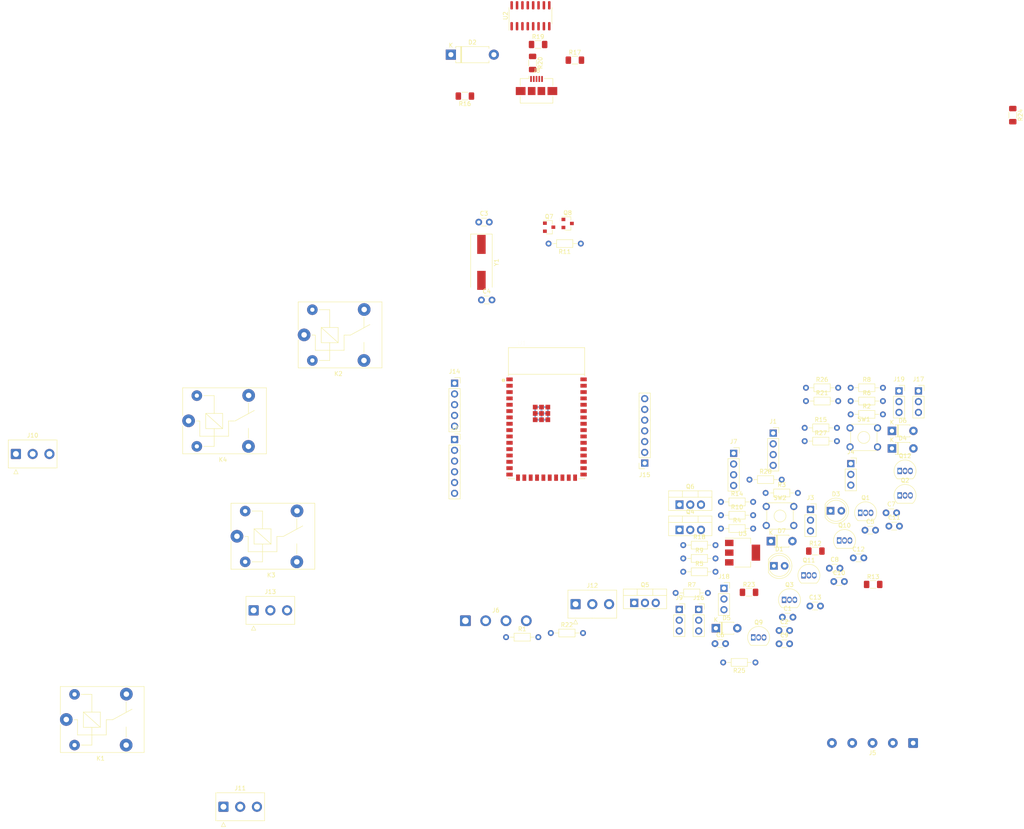
<source format=kicad_pcb>
(kicad_pcb (version 20171130) (host pcbnew "(5.1.8)-1")
  (layers (0 F.Cu signal) (31 B.Cu signal) (34 B.Paste user) (35 F.Paste user) (36 B.SilkS user) (37 F.SilkS user) (38 B.Mask user) (39 F.Mask user) (44 Edge.Cuts user))
  (net 0 "")
  (net 1 +3V3)
  (net 2 GND)
  (net 3 "Net-(C3-Pad1)")
  (net 4 "Net-(C4-Pad1)")
  (net 5 GPIO0)
  (net 6 CHIP_PU)
  (net 7 VCC)
  (net 8 +5V)
  (net 9 GPIO19)
  (net 10 GPIO20)
  (net 11 "Net-(D1-Pad2)")
  (net 12 "Net-(D2-Pad2)")
  (net 13 "Net-(D3-Pad2)")
  (net 14 "Net-(D4-Pad2)")
  (net 15 "Net-(D5-Pad2)")
  (net 16 "Net-(D6-Pad2)")
  (net 17 "Net-(D7-Pad2)")
  (net 18 GPIO40)
  (net 19 GPIO39)
  (net 20 GPIO38)
  (net 21 GPIO37)
  (net 22 GPIO10)
  (net 23 GPIO11)
  (net 24 GPIO12)
  (net 25 GPIO13)
  (net 26 GPIO14)
  (net 27 GPIO15)
  (net 28 TXD1)
  (net 29 RXD1)
  (net 30 TXD0)
  (net 31 RXD0)
  (net 32 +12V)
  (net 33 LED_G)
  (net 34 LED_R)
  (net 35 LED_B)
  (net 36 SDA)
  (net 37 SCL)
  (net 38 "Net-(J8-Pad3)")
  (net 39 "Net-(J8-Pad2)")
  (net 40 Rly4_2)
  (net 41 Rly4_1)
  (net 42 Rly4_3)
  (net 43 Rly3_3)
  (net 44 Rly3_1)
  (net 45 Rly3_2)
  (net 46 Rly2_3)
  (net 47 Rly2_1)
  (net 48 Rly2_2)
  (net 49 Rly1_2)
  (net 50 Rly1_1)
  (net 51 Rly1_3)
  (net 52 GPIO1)
  (net 53 GPIO2)
  (net 54 GPIO3)
  (net 55 GPIO4)
  (net 56 GPIO5)
  (net 57 GPIO16)
  (net 58 GPIO21)
  (net 59 GPIO26)
  (net 60 GPIO33)
  (net 61 GPIO45)
  (net 62 GPIO46)
  (net 63 "Net-(Q1-Pad2)")
  (net 64 "Net-(Q1-Pad1)")
  (net 65 "Net-(Q2-Pad1)")
  (net 66 "Net-(Q2-Pad2)")
  (net 67 "Net-(Q3-Pad2)")
  (net 68 "Net-(Q3-Pad1)")
  (net 69 "Net-(Q4-Pad1)")
  (net 70 "Net-(Q5-Pad1)")
  (net 71 "Net-(Q6-Pad1)")
  (net 72 "Net-(Q7-Pad1)")
  (net 73 RTS)
  (net 74 EN_Auto)
  (net 75 DTR)
  (net 76 IO0_Auto)
  (net 77 "Net-(Q8-Pad1)")
  (net 78 "Net-(Q9-Pad2)")
  (net 79 "Net-(Q10-Pad2)")
  (net 80 "Net-(Q11-Pad2)")
  (net 81 "Net-(Q12-Pad2)")
  (net 82 GPIO36)
  (net 83 GPIO35)
  (net 84 GPIO34)
  (net 85 GPIO18)
  (net 86 "Net-(R16-Pad2)")
  (net 87 "Net-(R17-Pad2)")
  (net 88 USB_DP)
  (net 89 USB_DN)
  (net 90 GPIO6)
  (net 91 GPIO8)
  (net 92 GPIO7)
  (net 93 GPIO9)
  (module Capacitor_THT:C_Disc_D3.0mm_W1.6mm_P2.50mm (layer F.Cu) (at 390.535001 184.240001)
    (fp_text reference C1 (at 1.25 -2.05) (layer F.SilkS))
    (fp_text value 22uF)
    (pad 1 thru_hole circle (at 0 0) (size 1.6 1.6) (drill 0.8) (layers *.Cu *.Mask) (net 1 +3V3))
    (pad 2 thru_hole circle (at 2.5 0) (size 1.6 1.6) (drill 0.8) (layers *.Cu *.Mask) (net 2 GND))
  )
  (module Capacitor_THT:C_Disc_D3.0mm_W1.6mm_P2.50mm (layer F.Cu) (at 389.755001 187.390001)
    (fp_text reference C2 (at 1.25 -2.05) (layer F.SilkS))
    (fp_text value 0.1uF)
    (pad 2 thru_hole circle (at 2.5 0) (size 1.6 1.6) (drill 0.8) (layers *.Cu *.Mask) (net 2 GND))
    (pad 1 thru_hole circle (at 0 0) (size 1.6 1.6) (drill 0.8) (layers *.Cu *.Mask) (net 1 +3V3))
  )
  (module Capacitor_THT:C_Disc_D3.0mm_W1.6mm_P2.50mm (layer F.Cu) (at 318.77 90.805)
    (fp_text reference C3 (at 1.25 -2.05) (layer F.SilkS))
    (fp_text value 22pF)
    (pad 2 thru_hole circle (at 2.5 0) (size 1.6 1.6) (drill 0.8) (layers *.Cu *.Mask) (net 2 GND))
    (pad 1 thru_hole circle (at 0 0) (size 1.6 1.6) (drill 0.8) (layers *.Cu *.Mask) (net 3 "Net-(C3-Pad1)"))
  )
  (module Capacitor_THT:C_Disc_D3.0mm_W1.6mm_P2.50mm (layer F.Cu) (at 319.405 109.22)
    (fp_text reference C4 (at 1.25 -2.05) (layer F.SilkS))
    (fp_text value 22pF)
    (pad 2 thru_hole circle (at 2.5 0) (size 1.6 1.6) (drill 0.8) (layers *.Cu *.Mask) (net 2 GND))
    (pad 1 thru_hole circle (at 0 0) (size 1.6 1.6) (drill 0.8) (layers *.Cu *.Mask) (net 4 "Net-(C4-Pad1)"))
  )
  (module Capacitor_THT:C_Disc_D3.0mm_W1.6mm_P2.50mm (layer F.Cu) (at 410.065001 163.670001)
    (fp_text reference C5 (at 1.25 -2.05) (layer F.SilkS))
    (fp_text value 0.1uF)
    (pad 2 thru_hole circle (at 2.5 0) (size 1.6 1.6) (drill 0.8) (layers *.Cu *.Mask) (net 2 GND))
    (pad 1 thru_hole circle (at 0 0) (size 1.6 1.6) (drill 0.8) (layers *.Cu *.Mask) (net 5 GPIO0))
  )
  (module Capacitor_THT:C_Disc_D3.0mm_W1.6mm_P2.50mm (layer F.Cu) (at 374.615001 190.500001)
    (fp_text reference C6 (at 1.25 -2.05) (layer F.SilkS))
    (fp_text value 0.1uF)
    (pad 1 thru_hole circle (at 0 0) (size 1.6 1.6) (drill 0.8) (layers *.Cu *.Mask) (net 6 CHIP_PU))
    (pad 2 thru_hole circle (at 2.5 0) (size 1.6 1.6) (drill 0.8) (layers *.Cu *.Mask) (net 2 GND))
  )
  (module Capacitor_THT:C_Disc_D3.0mm_W1.6mm_P2.50mm (layer F.Cu) (at 415.045001 159.560001)
    (fp_text reference C7 (at 1.25 -2.05) (layer F.SilkS))
    (fp_text value 10uf)
    (pad 1 thru_hole circle (at 0 0) (size 1.6 1.6) (drill 0.8) (layers *.Cu *.Mask) (net 7 VCC))
    (pad 2 thru_hole circle (at 2.5 0) (size 1.6 1.6) (drill 0.8) (layers *.Cu *.Mask) (net 2 GND))
  )
  (module Capacitor_THT:C_Disc_D3.0mm_W1.6mm_P2.50mm (layer F.Cu) (at 401.645001 172.660001)
    (fp_text reference C8 (at 1.25 -2.05) (layer F.SilkS))
    (fp_text value 1uf/10V)
    (pad 1 thru_hole circle (at 0 0) (size 1.6 1.6) (drill 0.8) (layers *.Cu *.Mask) (net 6 CHIP_PU))
    (pad 2 thru_hole circle (at 2.5 0) (size 1.6 1.6) (drill 0.8) (layers *.Cu *.Mask) (net 2 GND))
  )
  (module Capacitor_THT:C_Disc_D3.0mm_W1.6mm_P2.50mm (layer F.Cu) (at 389.755001 190.540001)
    (fp_text reference C9 (at 1.25 -2.05) (layer F.SilkS))
    (fp_text value 10uf)
    (pad 1 thru_hole circle (at 0 0) (size 1.6 1.6) (drill 0.8) (layers *.Cu *.Mask) (net 1 +3V3))
    (pad 2 thru_hole circle (at 2.5 0) (size 1.6 1.6) (drill 0.8) (layers *.Cu *.Mask) (net 2 GND))
  )
  (module Capacitor_THT:C_Disc_D3.0mm_W1.6mm_P2.50mm (layer F.Cu) (at 402.695001 175.810001)
    (fp_text reference C10 (at 1.25 -2.05) (layer F.SilkS))
    (fp_text value 10uF)
    (pad 2 thru_hole circle (at 2.5 0) (size 1.6 1.6) (drill 0.8) (layers *.Cu *.Mask) (net 2 GND))
    (pad 1 thru_hole circle (at 0 0) (size 1.6 1.6) (drill 0.8) (layers *.Cu *.Mask) (net 8 +5V))
  )
  (module Capacitor_THT:C_Disc_D3.0mm_W1.6mm_P2.50mm (layer F.Cu) (at 415.715001 162.710001)
    (fp_text reference C11 (at 1.25 -2.05) (layer F.SilkS))
    (fp_text value 100nF)
    (pad 1 thru_hole circle (at 0 0) (size 1.6 1.6) (drill 0.8) (layers *.Cu *.Mask) (net 1 +3V3))
    (pad 2 thru_hole circle (at 2.5 0) (size 1.6 1.6) (drill 0.8) (layers *.Cu *.Mask) (net 2 GND))
  )
  (module Capacitor_THT:C_Disc_D3.0mm_W1.6mm_P2.50mm (layer F.Cu) (at 407.295001 170.220001)
    (fp_text reference C12 (at 1.25 -2.05) (layer F.SilkS))
    (fp_text value 22pF)
    (pad 2 thru_hole circle (at 2.5 0) (size 1.6 1.6) (drill 0.8) (layers *.Cu *.Mask) (net 2 GND))
    (pad 1 thru_hole circle (at 0 0) (size 1.6 1.6) (drill 0.8) (layers *.Cu *.Mask) (net 9 GPIO19))
  )
  (module Capacitor_THT:C_Disc_D3.0mm_W1.6mm_P2.50mm (layer F.Cu) (at 397.045001 181.600001)
    (fp_text reference C13 (at 1.25 -2.05) (layer F.SilkS))
    (fp_text value 22pF)
    (pad 1 thru_hole circle (at 0 0) (size 1.6 1.6) (drill 0.8) (layers *.Cu *.Mask) (net 10 GPIO20))
    (pad 2 thru_hole circle (at 2.5 0) (size 1.6 1.6) (drill 0.8) (layers *.Cu *.Mask) (net 2 GND))
  )
  (module LED_THT:LED_D5.0mm (layer F.Cu) (at 388.535001 172.110001)
    (fp_text reference D1 (at 1.27 -3.96) (layer F.SilkS))
    (fp_text value LED_GREEN)
    (pad 1 thru_hole rect (at 0 0) (size 1.8 1.8) (drill 0.9) (layers *.Cu *.Mask) (net 2 GND))
    (pad 2 thru_hole circle (at 2.54 0) (size 1.8 1.8) (drill 0.9) (layers *.Cu *.Mask) (net 11 "Net-(D1-Pad2)"))
  )
  (module Diode_THT:D_DO-15_P10.16mm_Horizontal (layer F.Cu) (at 312.18632 51.20386)
    (fp_text reference D2 (at 5.08 -2.92) (layer F.SilkS))
    (fp_text value 1N5819)
    (fp_text user K (at 0 -2.2) (layer F.SilkS))
    (pad 1 thru_hole rect (at 0 0) (size 2.4 2.4) (drill 1.2) (layers *.Cu *.Mask) (net 8 +5V))
    (pad 2 thru_hole oval (at 10.16 0) (size 2.4 2.4) (drill 1.2) (layers *.Cu *.Mask) (net 12 "Net-(D2-Pad2)"))
  )
  (module LED_THT:LED_D5.0mm (layer F.Cu) (at 401.935001 159.080001)
    (fp_text reference D3 (at 1.27 -3.96) (layer F.SilkS))
    (fp_text value RED_LED)
    (pad 2 thru_hole circle (at 2.54 0) (size 1.8 1.8) (drill 0.9) (layers *.Cu *.Mask) (net 13 "Net-(D3-Pad2)"))
    (pad 1 thru_hole rect (at 0 0) (size 1.8 1.8) (drill 0.9) (layers *.Cu *.Mask) (net 2 GND))
  )
  (module Diode_THT:D_T-1_P5.08mm_Horizontal (layer F.Cu) (at 416.435001 144.330001)
    (fp_text reference D4 (at 2.54 -2.42) (layer F.SilkS))
    (fp_text value 1N4148)
    (fp_text user K (at 0 -2) (layer F.SilkS))
    (pad 1 thru_hole rect (at 0 0) (size 2 2) (drill 1) (layers *.Cu *.Mask) (net 8 +5V))
    (pad 2 thru_hole oval (at 5.08 0) (size 2 2) (drill 1) (layers *.Cu *.Mask) (net 14 "Net-(D4-Pad2)"))
  )
  (module Diode_THT:D_T-1_P5.08mm_Horizontal (layer F.Cu) (at 374.815001 186.850001)
    (fp_text reference D5 (at 2.54 -2.42) (layer F.SilkS))
    (fp_text value 1N4148)
    (fp_text user K (at 0 -2) (layer F.SilkS))
    (pad 2 thru_hole oval (at 5.08 0) (size 2 2) (drill 1) (layers *.Cu *.Mask) (net 15 "Net-(D5-Pad2)"))
    (pad 1 thru_hole rect (at 0 0) (size 2 2) (drill 1) (layers *.Cu *.Mask) (net 8 +5V))
  )
  (module Diode_THT:D_T-1_P5.08mm_Horizontal (layer F.Cu) (at 416.435001 140.180001)
    (fp_text reference D6 (at 2.54 -2.42) (layer F.SilkS))
    (fp_text value 1N4148)
    (fp_text user K (at 0 -2) (layer F.SilkS))
    (pad 2 thru_hole oval (at 5.08 0) (size 2 2) (drill 1) (layers *.Cu *.Mask) (net 16 "Net-(D6-Pad2)"))
    (pad 1 thru_hole rect (at 0 0) (size 2 2) (drill 1) (layers *.Cu *.Mask) (net 8 +5V))
  )
  (module Diode_THT:D_T-1_P5.08mm_Horizontal (layer F.Cu) (at 387.835001 166.260001)
    (fp_text reference D7 (at 2.54 -2.42) (layer F.SilkS))
    (fp_text value 1N4148)
    (fp_text user K (at 0 -2) (layer F.SilkS))
    (pad 1 thru_hole rect (at 0 0) (size 2 2) (drill 1) (layers *.Cu *.Mask) (net 8 +5V))
    (pad 2 thru_hole oval (at 5.08 0) (size 2 2) (drill 1) (layers *.Cu *.Mask) (net 17 "Net-(D7-Pad2)"))
  )
  (module Connector_PinSocket_2.54mm:PinSocket_1x04_P2.54mm_Vertical (layer F.Cu) (at 388.366 140.716)
    (fp_text reference J1 (at 0 -2.77) (layer F.SilkS))
    (fp_text value Conn_01x04_Male)
    (pad 4 thru_hole oval (at 0 7.62) (size 1.7 1.7) (drill 1) (layers *.Cu *.Mask) (net 18 GPIO40))
    (pad 3 thru_hole oval (at 0 5.08) (size 1.7 1.7) (drill 1) (layers *.Cu *.Mask) (net 19 GPIO39))
    (pad 2 thru_hole oval (at 0 2.54) (size 1.7 1.7) (drill 1) (layers *.Cu *.Mask) (net 20 GPIO38))
    (pad 1 thru_hole rect (at 0 0) (size 1.7 1.7) (drill 1) (layers *.Cu *.Mask) (net 21 GPIO37))
  )
  (module Connector_PinSocket_2.54mm:PinSocket_1x06_P2.54mm_Vertical (layer F.Cu) (at 313.055 142.24)
    (fp_text reference J2 (at 0 -2.77) (layer F.SilkS))
    (fp_text value Conn_01x06_Male)
    (pad 1 thru_hole rect (at 0 0) (size 1.7 1.7) (drill 1) (layers *.Cu *.Mask) (net 22 GPIO10))
    (pad 2 thru_hole oval (at 0 2.54) (size 1.7 1.7) (drill 1) (layers *.Cu *.Mask) (net 23 GPIO11))
    (pad 3 thru_hole oval (at 0 5.08) (size 1.7 1.7) (drill 1) (layers *.Cu *.Mask) (net 24 GPIO12))
    (pad 4 thru_hole oval (at 0 7.62) (size 1.7 1.7) (drill 1) (layers *.Cu *.Mask) (net 25 GPIO13))
    (pad 5 thru_hole oval (at 0 10.16) (size 1.7 1.7) (drill 1) (layers *.Cu *.Mask) (net 26 GPIO14))
    (pad 6 thru_hole oval (at 0 12.7) (size 1.7 1.7) (drill 1) (layers *.Cu *.Mask) (net 27 GPIO15))
  )
  (module Connector_PinSocket_2.54mm:PinSocket_1x03_P2.54mm_Vertical (layer F.Cu) (at 397.185001 158.760001)
    (fp_text reference J3 (at 0 -2.77) (layer F.SilkS))
    (fp_text value Conn_01x03_Female)
    (pad 3 thru_hole oval (at 0 5.08) (size 1.7 1.7) (drill 1) (layers *.Cu *.Mask) (net 2 GND))
    (pad 2 thru_hole oval (at 0 2.54) (size 1.7 1.7) (drill 1) (layers *.Cu *.Mask) (net 28 TXD1))
    (pad 1 thru_hole rect (at 0 0) (size 1.7 1.7) (drill 1) (layers *.Cu *.Mask) (net 29 RXD1))
  )
  (module Connector_PinSocket_2.54mm:PinSocket_1x03_P2.54mm_Vertical (layer F.Cu) (at 406.715001 147.930001)
    (fp_text reference J4 (at 0 -2.77) (layer F.SilkS))
    (fp_text value Conn_01x03_Female)
    (pad 1 thru_hole rect (at 0 0) (size 1.7 1.7) (drill 1) (layers *.Cu *.Mask) (net 30 TXD0))
    (pad 2 thru_hole oval (at 0 2.54) (size 1.7 1.7) (drill 1) (layers *.Cu *.Mask) (net 31 RXD0))
    (pad 3 thru_hole oval (at 0 5.08) (size 1.7 1.7) (drill 1) (layers *.Cu *.Mask) (net 2 GND))
  )
  (module Connector_Wire:SolderWire-0.5sqmm_1x05_P4.8mm_D0.9mm_OD2.3mm (layer F.Cu) (at 421.4495 213.995 180)
    (fp_text reference J5 (at 9.6 -2.35) (layer F.SilkS))
    (fp_text value Conn_01x05_Female)
    (pad 1 thru_hole roundrect (at 0 0 180) (size 2.3 2.3) (drill 1.1) (layers *.Cu *.Mask) (roundrect_rratio 0.108696) (net 32 +12V))
    (pad 2 thru_hole circle (at 4.8 0 180) (size 2.3 2.3) (drill 1.1) (layers *.Cu *.Mask) (net 32 +12V))
    (pad 3 thru_hole circle (at 9.6 0 180) (size 2.3 2.3) (drill 1.1) (layers *.Cu *.Mask) (net 33 LED_G))
    (pad 4 thru_hole circle (at 14.4 0 180) (size 2.3 2.3) (drill 1.1) (layers *.Cu *.Mask) (net 34 LED_R))
    (pad 5 thru_hole circle (at 19.2 0 180) (size 2.3 2.3) (drill 1.1) (layers *.Cu *.Mask) (net 35 LED_B))
  )
  (module Connector_Wire:SolderWire-0.75sqmm_1x04_P4.8mm_D1.25mm_OD2.3mm (layer F.Cu) (at 315.615001 185.090001)
    (fp_text reference J6 (at 7.2 -2.47) (layer F.SilkS))
    (fp_text value Conn_01x04_Female)
    (pad 1 thru_hole roundrect (at 0 0) (size 2.55 2.55) (drill 1.55) (layers *.Cu *.Mask) (roundrect_rratio 0.098039) (net 32 +12V))
    (pad 2 thru_hole circle (at 4.8 0) (size 2.55 2.55) (drill 1.55) (layers *.Cu *.Mask) (net 32 +12V))
    (pad 3 thru_hole circle (at 9.6 0) (size 2.55 2.55) (drill 1.55) (layers *.Cu *.Mask) (net 2 GND))
    (pad 4 thru_hole circle (at 14.4 0) (size 2.55 2.55) (drill 1.55) (layers *.Cu *.Mask) (net 2 GND))
  )
  (module Connector_PinSocket_2.54mm:PinSocket_1x04_P2.54mm_Vertical (layer F.Cu) (at 379.015001 145.480001)
    (fp_text reference J7 (at 0 -2.77) (layer F.SilkS))
    (fp_text value Conn_01x04_Female)
    (pad 1 thru_hole rect (at 0 0) (size 1.7 1.7) (drill 1) (layers *.Cu *.Mask) (net 1 +3V3))
    (pad 2 thru_hole oval (at 0 2.54) (size 1.7 1.7) (drill 1) (layers *.Cu *.Mask) (net 36 SDA))
    (pad 3 thru_hole oval (at 0 5.08) (size 1.7 1.7) (drill 1) (layers *.Cu *.Mask) (net 37 SCL))
    (pad 4 thru_hole oval (at 0 7.62) (size 1.7 1.7) (drill 1) (layers *.Cu *.Mask) (net 2 GND))
  )
  (module Connector_USB:USB_Micro-B_Amphenol_10104110_Horizontal (layer F.Cu) (at 332.43012 58.50636)
    (fp_text reference J8 (at 0 -3.55) (layer F.SilkS))
    (fp_text value USB_B_Micro)
    (pad 6 smd rect (at 1.15 1.3) (size 1.8 1.9) (layers F.Cu F.Paste F.Mask) (net 2 GND))
    (pad 6 smd rect (at -1.15 1.3) (size 1.8 1.9) (layers F.Cu F.Paste F.Mask) (net 2 GND))
    (pad 6 smd rect (at 3.75 1.3) (size 2.3 1.9) (layers F.Cu F.Paste F.Mask) (net 2 GND))
    (pad 6 smd rect (at -3.75 1.3) (size 2.3 1.9) (layers F.Cu F.Paste F.Mask) (net 2 GND))
    (pad 5 smd rect (at 1.3 -1.55) (size 0.4 1.4) (layers F.Cu F.Paste F.Mask) (net 2 GND))
    (pad 4 smd rect (at 0.65 -1.55) (size 0.4 1.4) (layers F.Cu F.Paste F.Mask) (net 2 GND))
    (pad 3 smd rect (at 0 -1.55) (size 0.4 1.4) (layers F.Cu F.Paste F.Mask) (net 38 "Net-(J8-Pad3)"))
    (pad 2 smd rect (at -0.65 -1.55) (size 0.4 1.4) (layers F.Cu F.Paste F.Mask) (net 39 "Net-(J8-Pad2)"))
    (pad 1 smd rect (at -1.3 -1.55) (size 0.4 1.4) (layers F.Cu F.Paste F.Mask) (net 12 "Net-(D2-Pad2)"))
  )
  (module Connector_PinSocket_2.54mm:PinSocket_1x03_P2.54mm_Vertical (layer F.Cu) (at 366.165001 182.410001)
    (fp_text reference J9 (at 0 -2.77) (layer F.SilkS))
    (fp_text value Conn_01x03_Male)
    (pad 3 thru_hole oval (at 0 5.08) (size 1.7 1.7) (drill 1) (layers *.Cu *.Mask) (net 8 +5V))
    (pad 2 thru_hole oval (at 0 2.54) (size 1.7 1.7) (drill 1) (layers *.Cu *.Mask) (net 7 VCC))
    (pad 1 thru_hole rect (at 0 0) (size 1.7 1.7) (drill 1) (layers *.Cu *.Mask) (net 32 +12V))
  )
  (module Connector_TE-Connectivity:TE_826576-3_1x03_P3.96mm_Vertical (layer F.Cu) (at 209.37474 145.64106)
    (fp_text reference J10 (at 3.96 -4.4) (layer F.SilkS))
    (fp_text value Conn_01x03_Female)
    (pad 1 thru_hole roundrect (at 0 0) (size 2.4 2.4) (drill 1.4) (layers *.Cu *.Mask) (roundrect_rratio 0.104167) (net 40 Rly4_2))
    (pad 2 thru_hole circle (at 3.96 0) (size 2.4 2.4) (drill 1.4) (layers *.Cu *.Mask) (net 41 Rly4_1))
    (pad 3 thru_hole circle (at 7.92 0) (size 2.4 2.4) (drill 1.4) (layers *.Cu *.Mask) (net 42 Rly4_3))
  )
  (module Connector_TE-Connectivity:TE_826576-3_1x03_P3.96mm_Vertical (layer F.Cu) (at 258.42976 229.08006)
    (fp_text reference J11 (at 3.96 -4.4) (layer F.SilkS))
    (fp_text value Conn_01x03_Female)
    (pad 3 thru_hole circle (at 7.92 0) (size 2.4 2.4) (drill 1.4) (layers *.Cu *.Mask) (net 43 Rly3_3))
    (pad 2 thru_hole circle (at 3.96 0) (size 2.4 2.4) (drill 1.4) (layers *.Cu *.Mask) (net 44 Rly3_1))
    (pad 1 thru_hole roundrect (at 0 0) (size 2.4 2.4) (drill 1.4) (layers *.Cu *.Mask) (roundrect_rratio 0.104167) (net 45 Rly3_2))
  )
  (module Connector_TE-Connectivity:TE_826576-3_1x03_P3.96mm_Vertical (layer F.Cu) (at 341.655001 181.160001)
    (fp_text reference J12 (at 3.96 -4.4) (layer F.SilkS))
    (fp_text value Conn_01x03_Female)
    (pad 3 thru_hole circle (at 7.92 0) (size 2.4 2.4) (drill 1.4) (layers *.Cu *.Mask) (net 46 Rly2_3))
    (pad 2 thru_hole circle (at 3.96 0) (size 2.4 2.4) (drill 1.4) (layers *.Cu *.Mask) (net 47 Rly2_1))
    (pad 1 thru_hole roundrect (at 0 0) (size 2.4 2.4) (drill 1.4) (layers *.Cu *.Mask) (roundrect_rratio 0.104167) (net 48 Rly2_2))
  )
  (module Connector_TE-Connectivity:TE_826576-3_1x03_P3.96mm_Vertical (layer F.Cu) (at 265.557 182.626)
    (fp_text reference J13 (at 3.96 -4.4) (layer F.SilkS))
    (fp_text value Conn_01x03_Female)
    (pad 1 thru_hole roundrect (at 0 0) (size 2.4 2.4) (drill 1.4) (layers *.Cu *.Mask) (roundrect_rratio 0.104167) (net 49 Rly1_2))
    (pad 2 thru_hole circle (at 3.96 0) (size 2.4 2.4) (drill 1.4) (layers *.Cu *.Mask) (net 50 Rly1_1))
    (pad 3 thru_hole circle (at 7.92 0) (size 2.4 2.4) (drill 1.4) (layers *.Cu *.Mask) (net 51 Rly1_3))
  )
  (module Connector_PinSocket_2.54mm:PinSocket_1x05_P2.54mm_Vertical (layer F.Cu) (at 313.055 128.905)
    (fp_text reference J14 (at 0 -2.77) (layer F.SilkS))
    (fp_text value Conn_01x05_Male)
    (pad 1 thru_hole rect (at 0 0) (size 1.7 1.7) (drill 1) (layers *.Cu *.Mask) (net 52 GPIO1))
    (pad 2 thru_hole oval (at 0 2.54) (size 1.7 1.7) (drill 1) (layers *.Cu *.Mask) (net 53 GPIO2))
    (pad 3 thru_hole oval (at 0 5.08) (size 1.7 1.7) (drill 1) (layers *.Cu *.Mask) (net 54 GPIO3))
    (pad 4 thru_hole oval (at 0 7.62) (size 1.7 1.7) (drill 1) (layers *.Cu *.Mask) (net 55 GPIO4))
    (pad 5 thru_hole oval (at 0 10.16) (size 1.7 1.7) (drill 1) (layers *.Cu *.Mask) (net 56 GPIO5))
  )
  (module Connector_PinSocket_2.54mm:PinSocket_1x07_P2.54mm_Vertical (layer F.Cu) (at 358 147.8 180)
    (fp_text reference J15 (at 0 -2.77) (layer F.SilkS))
    (fp_text value Conn_01x07_Male)
    (pad 1 thru_hole rect (at 0 0 180) (size 1.7 1.7) (drill 1) (layers *.Cu *.Mask) (net 57 GPIO16))
    (pad 2 thru_hole oval (at 0 2.54 180) (size 1.7 1.7) (drill 1) (layers *.Cu *.Mask) (net 58 GPIO21))
    (pad 3 thru_hole oval (at 0 5.08 180) (size 1.7 1.7) (drill 1) (layers *.Cu *.Mask) (net 59 GPIO26))
    (pad 4 thru_hole oval (at 0 7.62 180) (size 1.7 1.7) (drill 1) (layers *.Cu *.Mask) (net 60 GPIO33))
    (pad 5 thru_hole oval (at 0 10.16 180) (size 1.7 1.7) (drill 1) (layers *.Cu *.Mask) (net 18 GPIO40))
    (pad 6 thru_hole oval (at 0 12.7 180) (size 1.7 1.7) (drill 1) (layers *.Cu *.Mask) (net 61 GPIO45))
    (pad 7 thru_hole oval (at 0 15.24 180) (size 1.7 1.7) (drill 1) (layers *.Cu *.Mask) (net 62 GPIO46))
  )
  (module Connector_PinSocket_2.54mm:PinSocket_1x03_P2.54mm_Vertical (layer F.Cu) (at 370.765001 182.410001)
    (fp_text reference J16 (at 0 -2.77) (layer F.SilkS))
    (fp_text value Conn_01x03_Male)
    (pad 3 thru_hole oval (at 0 5.08) (size 1.7 1.7) (drill 1) (layers *.Cu *.Mask) (net 8 +5V))
    (pad 2 thru_hole oval (at 0 2.54) (size 1.7 1.7) (drill 1) (layers *.Cu *.Mask) (net 8 +5V))
    (pad 1 thru_hole rect (at 0 0) (size 1.7 1.7) (drill 1) (layers *.Cu *.Mask) (net 8 +5V))
  )
  (module Connector_PinSocket_2.54mm:PinSocket_1x03_P2.54mm_Vertical (layer F.Cu) (at 422.705001 130.730001)
    (fp_text reference J17 (at 0 -2.77) (layer F.SilkS))
    (fp_text value Conn_01x03_Male)
    (pad 1 thru_hole rect (at 0 0) (size 1.7 1.7) (drill 1) (layers *.Cu *.Mask) (net 1 +3V3))
    (pad 2 thru_hole oval (at 0 2.54) (size 1.7 1.7) (drill 1) (layers *.Cu *.Mask) (net 1 +3V3))
    (pad 3 thru_hole oval (at 0 5.08) (size 1.7 1.7) (drill 1) (layers *.Cu *.Mask) (net 1 +3V3))
  )
  (module Connector_PinSocket_2.54mm:PinSocket_1x03_P2.54mm_Vertical (layer F.Cu) (at 376.735001 177.400001)
    (fp_text reference J18 (at 0 -2.77) (layer F.SilkS))
    (fp_text value Conn_01x03_Male)
    (pad 1 thru_hole rect (at 0 0) (size 1.7 1.7) (drill 1) (layers *.Cu *.Mask) (net 32 +12V))
    (pad 2 thru_hole oval (at 0 2.54) (size 1.7 1.7) (drill 1) (layers *.Cu *.Mask) (net 32 +12V))
    (pad 3 thru_hole oval (at 0 5.08) (size 1.7 1.7) (drill 1) (layers *.Cu *.Mask) (net 32 +12V))
  )
  (module Connector_PinSocket_2.54mm:PinSocket_1x03_P2.54mm_Vertical (layer F.Cu) (at 418.105001 130.730001)
    (fp_text reference J19 (at 0 -2.77) (layer F.SilkS))
    (fp_text value Conn_01x03_Male)
    (pad 1 thru_hole rect (at 0 0) (size 1.7 1.7) (drill 1) (layers *.Cu *.Mask) (net 2 GND))
    (pad 2 thru_hole oval (at 0 2.54) (size 1.7 1.7) (drill 1) (layers *.Cu *.Mask) (net 2 GND))
    (pad 3 thru_hole oval (at 0 5.08) (size 1.7 1.7) (drill 1) (layers *.Cu *.Mask) (net 2 GND))
  )
  (module Relay_THT:Relay_SPDT_SANYOU_SRD_Series_Form_C (layer F.Cu) (at 221.28226 208.44256)
    (fp_text reference K1 (at 8.1 9.2) (layer F.SilkS))
    (fp_text value SANYOU_SRD_Form_C)
    (pad 1 thru_hole circle (at 0 0 90) (size 3 3) (drill 1.3) (layers *.Cu *.Mask) (net 44 Rly3_1))
    (pad 5 thru_hole circle (at 1.95 -5.95 90) (size 2.5 2.5) (drill 1) (layers *.Cu *.Mask) (net 8 +5V))
    (pad 4 thru_hole circle (at 14.2 -6 90) (size 3 3) (drill 1.3) (layers *.Cu *.Mask) (net 45 Rly3_2))
    (pad 3 thru_hole circle (at 14.15 6.05 90) (size 3 3) (drill 1.3) (layers *.Cu *.Mask) (net 43 Rly3_3))
    (pad 2 thru_hole circle (at 1.95 6.05 90) (size 2.5 2.5) (drill 1) (layers *.Cu *.Mask) (net 14 "Net-(D4-Pad2)"))
  )
  (module Relay_THT:Relay_SPDT_SANYOU_SRD_Series_Form_C (layer F.Cu) (at 277.495 117.475)
    (fp_text reference K2 (at 8.1 9.2) (layer F.SilkS))
    (fp_text value SANYOU_SRD_Form_C)
    (pad 1 thru_hole circle (at 0 0 90) (size 3 3) (drill 1.3) (layers *.Cu *.Mask) (net 47 Rly2_1))
    (pad 5 thru_hole circle (at 1.95 -5.95 90) (size 2.5 2.5) (drill 1) (layers *.Cu *.Mask) (net 8 +5V))
    (pad 4 thru_hole circle (at 14.2 -6 90) (size 3 3) (drill 1.3) (layers *.Cu *.Mask) (net 48 Rly2_2))
    (pad 3 thru_hole circle (at 14.15 6.05 90) (size 3 3) (drill 1.3) (layers *.Cu *.Mask) (net 46 Rly2_3))
    (pad 2 thru_hole circle (at 1.95 6.05 90) (size 2.5 2.5) (drill 1) (layers *.Cu *.Mask) (net 15 "Net-(D5-Pad2)"))
  )
  (module Relay_THT:Relay_SPDT_SANYOU_SRD_Series_Form_C (layer F.Cu) (at 261.62 165.1)
    (fp_text reference K3 (at 8.1 9.2) (layer F.SilkS))
    (fp_text value SANYOU_SRD_Form_C)
    (pad 2 thru_hole circle (at 1.95 6.05 90) (size 2.5 2.5) (drill 1) (layers *.Cu *.Mask) (net 16 "Net-(D6-Pad2)"))
    (pad 3 thru_hole circle (at 14.15 6.05 90) (size 3 3) (drill 1.3) (layers *.Cu *.Mask) (net 51 Rly1_3))
    (pad 4 thru_hole circle (at 14.2 -6 90) (size 3 3) (drill 1.3) (layers *.Cu *.Mask) (net 49 Rly1_2))
    (pad 5 thru_hole circle (at 1.95 -5.95 90) (size 2.5 2.5) (drill 1) (layers *.Cu *.Mask) (net 8 +5V))
    (pad 1 thru_hole circle (at 0 0 90) (size 3 3) (drill 1.3) (layers *.Cu *.Mask) (net 50 Rly1_1))
  )
  (module Relay_THT:Relay_SPDT_SANYOU_SRD_Series_Form_C (layer F.Cu) (at 250.19 137.795)
    (fp_text reference K4 (at 8.1 9.2) (layer F.SilkS))
    (fp_text value SANYOU_SRD_Form_C)
    (pad 2 thru_hole circle (at 1.95 6.05 90) (size 2.5 2.5) (drill 1) (layers *.Cu *.Mask) (net 17 "Net-(D7-Pad2)"))
    (pad 3 thru_hole circle (at 14.15 6.05 90) (size 3 3) (drill 1.3) (layers *.Cu *.Mask) (net 42 Rly4_3))
    (pad 4 thru_hole circle (at 14.2 -6 90) (size 3 3) (drill 1.3) (layers *.Cu *.Mask) (net 40 Rly4_2))
    (pad 5 thru_hole circle (at 1.95 -5.95 90) (size 2.5 2.5) (drill 1) (layers *.Cu *.Mask) (net 8 +5V))
    (pad 1 thru_hole circle (at 0 0 90) (size 3 3) (drill 1.3) (layers *.Cu *.Mask) (net 41 Rly4_1))
  )
  (module Package_TO_SOT_THT:TO-92_Inline (layer F.Cu) (at 408.945001 159.560001)
    (fp_text reference Q1 (at 1.27 -3.56) (layer F.SilkS))
    (fp_text value BC547)
    (pad 2 thru_hole oval (at 1.27 0) (size 1.05 1.5) (drill 0.75) (layers *.Cu *.Mask) (net 63 "Net-(Q1-Pad2)"))
    (pad 3 thru_hole oval (at 2.54 0) (size 1.05 1.5) (drill 0.75) (layers *.Cu *.Mask) (net 2 GND))
    (pad 1 thru_hole rect (at 0 0) (size 1.05 1.5) (drill 0.75) (layers *.Cu *.Mask) (net 64 "Net-(Q1-Pad1)"))
  )
  (module Package_TO_SOT_THT:TO-92_Inline (layer F.Cu) (at 418.265001 155.450001)
    (fp_text reference Q2 (at 1.27 -3.56) (layer F.SilkS))
    (fp_text value BC547)
    (pad 1 thru_hole rect (at 0 0) (size 1.05 1.5) (drill 0.75) (layers *.Cu *.Mask) (net 65 "Net-(Q2-Pad1)"))
    (pad 3 thru_hole oval (at 2.54 0) (size 1.05 1.5) (drill 0.75) (layers *.Cu *.Mask) (net 2 GND))
    (pad 2 thru_hole oval (at 1.27 0) (size 1.05 1.5) (drill 0.75) (layers *.Cu *.Mask) (net 66 "Net-(Q2-Pad2)"))
  )
  (module Package_TO_SOT_THT:TO-92_Inline (layer F.Cu) (at 390.945001 180.130001)
    (fp_text reference Q3 (at 1.27 -3.56) (layer F.SilkS))
    (fp_text value BC547)
    (pad 2 thru_hole oval (at 1.27 0) (size 1.05 1.5) (drill 0.75) (layers *.Cu *.Mask) (net 67 "Net-(Q3-Pad2)"))
    (pad 3 thru_hole oval (at 2.54 0) (size 1.05 1.5) (drill 0.75) (layers *.Cu *.Mask) (net 2 GND))
    (pad 1 thru_hole rect (at 0 0) (size 1.05 1.5) (drill 0.75) (layers *.Cu *.Mask) (net 68 "Net-(Q3-Pad1)"))
  )
  (module Package_TO_SOT_THT:TO-220-3_Vertical (layer F.Cu) (at 366.225001 163.590001)
    (fp_text reference Q4 (at 2.54 -4.27) (layer F.SilkS))
    (fp_text value IRLZ44N)
    (pad 1 thru_hole rect (at 0 0) (size 1.905 2) (drill 1.1) (layers *.Cu *.Mask) (net 69 "Net-(Q4-Pad1)"))
    (pad 2 thru_hole oval (at 2.54 0) (size 1.905 2) (drill 1.1) (layers *.Cu *.Mask) (net 35 LED_B))
    (pad 3 thru_hole oval (at 5.08 0) (size 1.905 2) (drill 1.1) (layers *.Cu *.Mask) (net 2 GND))
  )
  (module Package_TO_SOT_THT:TO-220-3_Vertical (layer F.Cu) (at 355.525001 180.860001)
    (fp_text reference Q5 (at 2.54 -4.27) (layer F.SilkS))
    (fp_text value IRLZ44N)
    (pad 3 thru_hole oval (at 5.08 0) (size 1.905 2) (drill 1.1) (layers *.Cu *.Mask) (net 2 GND))
    (pad 2 thru_hole oval (at 2.54 0) (size 1.905 2) (drill 1.1) (layers *.Cu *.Mask) (net 34 LED_R))
    (pad 1 thru_hole rect (at 0 0) (size 1.905 2) (drill 1.1) (layers *.Cu *.Mask) (net 70 "Net-(Q5-Pad1)"))
  )
  (module Package_TO_SOT_THT:TO-220-3_Vertical (layer F.Cu) (at 366.225001 157.630001)
    (fp_text reference Q6 (at 2.54 -4.27) (layer F.SilkS))
    (fp_text value IRLZ44N)
    (pad 1 thru_hole rect (at 0 0) (size 1.905 2) (drill 1.1) (layers *.Cu *.Mask) (net 71 "Net-(Q6-Pad1)"))
    (pad 2 thru_hole oval (at 2.54 0) (size 1.905 2) (drill 1.1) (layers *.Cu *.Mask) (net 33 LED_G))
    (pad 3 thru_hole oval (at 5.08 0) (size 1.905 2) (drill 1.1) (layers *.Cu *.Mask) (net 2 GND))
  )
  (module Package_TO_SOT_SMD:SOT-23 (layer F.Cu) (at 335.407 92.0115)
    (fp_text reference Q7 (at 0 -2.5) (layer F.SilkS))
    (fp_text value BC817)
    (pad 1 smd rect (at -1 -0.95) (size 0.9 0.8) (layers F.Cu F.Paste F.Mask) (net 72 "Net-(Q7-Pad1)"))
    (pad 2 smd rect (at -1 0.95) (size 0.9 0.8) (layers F.Cu F.Paste F.Mask) (net 73 RTS))
    (pad 3 smd rect (at 1 0) (size 0.9 0.8) (layers F.Cu F.Paste F.Mask) (net 74 EN_Auto))
  )
  (module Package_TO_SOT_SMD:SOT-23 (layer F.Cu) (at 339.7885 91.1225)
    (fp_text reference Q8 (at 0 -2.5) (layer F.SilkS))
    (fp_text value BC817)
    (pad 3 smd rect (at 1 0) (size 0.9 0.8) (layers F.Cu F.Paste F.Mask) (net 75 DTR))
    (pad 2 smd rect (at -1 0.95) (size 0.9 0.8) (layers F.Cu F.Paste F.Mask) (net 76 IO0_Auto))
    (pad 1 smd rect (at -1 -0.95) (size 0.9 0.8) (layers F.Cu F.Paste F.Mask) (net 77 "Net-(Q8-Pad1)"))
  )
  (module Package_TO_SOT_THT:TO-92_Inline (layer F.Cu) (at 383.655001 189.040001)
    (fp_text reference Q9 (at 1.27 -3.56) (layer F.SilkS))
    (fp_text value BC547)
    (pad 1 thru_hole rect (at 0 0) (size 1.05 1.5) (drill 0.75) (layers *.Cu *.Mask) (net 14 "Net-(D4-Pad2)"))
    (pad 3 thru_hole oval (at 2.54 0) (size 1.05 1.5) (drill 0.75) (layers *.Cu *.Mask) (net 2 GND))
    (pad 2 thru_hole oval (at 1.27 0) (size 1.05 1.5) (drill 0.75) (layers *.Cu *.Mask) (net 78 "Net-(Q9-Pad2)"))
  )
  (module Package_TO_SOT_THT:TO-92_Inline (layer F.Cu) (at 403.965001 166.110001)
    (fp_text reference Q10 (at 1.27 -3.56) (layer F.SilkS))
    (fp_text value BC547)
    (pad 2 thru_hole oval (at 1.27 0) (size 1.05 1.5) (drill 0.75) (layers *.Cu *.Mask) (net 79 "Net-(Q10-Pad2)"))
    (pad 3 thru_hole oval (at 2.54 0) (size 1.05 1.5) (drill 0.75) (layers *.Cu *.Mask) (net 2 GND))
    (pad 1 thru_hole rect (at 0 0) (size 1.05 1.5) (drill 0.75) (layers *.Cu *.Mask) (net 15 "Net-(D5-Pad2)"))
  )
  (module Package_TO_SOT_THT:TO-92_Inline (layer F.Cu) (at 395.545001 174.340001)
    (fp_text reference Q11 (at 1.27 -3.56) (layer F.SilkS))
    (fp_text value BC547)
    (pad 2 thru_hole oval (at 1.27 0) (size 1.05 1.5) (drill 0.75) (layers *.Cu *.Mask) (net 80 "Net-(Q11-Pad2)"))
    (pad 3 thru_hole oval (at 2.54 0) (size 1.05 1.5) (drill 0.75) (layers *.Cu *.Mask) (net 2 GND))
    (pad 1 thru_hole rect (at 0 0) (size 1.05 1.5) (drill 0.75) (layers *.Cu *.Mask) (net 16 "Net-(D6-Pad2)"))
  )
  (module Package_TO_SOT_THT:TO-92_Inline (layer F.Cu) (at 418.265001 149.660001)
    (fp_text reference Q12 (at 1.27 -3.56) (layer F.SilkS))
    (fp_text value BC547)
    (pad 1 thru_hole rect (at 0 0) (size 1.05 1.5) (drill 0.75) (layers *.Cu *.Mask) (net 17 "Net-(D7-Pad2)"))
    (pad 3 thru_hole oval (at 2.54 0) (size 1.05 1.5) (drill 0.75) (layers *.Cu *.Mask) (net 2 GND))
    (pad 2 thru_hole oval (at 1.27 0) (size 1.05 1.5) (drill 0.75) (layers *.Cu *.Mask) (net 81 "Net-(Q12-Pad2)"))
  )
  (module Resistor_THT:R_Axial_DIN0204_L3.6mm_D1.6mm_P7.62mm_Horizontal (layer F.Cu) (at 325.235001 188.970001)
    (fp_text reference R1 (at 3.81 -1.92) (layer F.SilkS))
    (fp_text value 5K)
    (pad 2 thru_hole oval (at 7.62 0) (size 1.4 1.4) (drill 0.7) (layers *.Cu *.Mask) (net 82 GPIO36))
    (pad 1 thru_hole circle (at 0 0) (size 1.4 1.4) (drill 0.7) (layers *.Cu *.Mask) (net 63 "Net-(Q1-Pad2)"))
  )
  (module Resistor_THT:R_Axial_DIN0204_L3.6mm_D1.6mm_P7.62mm_Horizontal (layer F.Cu) (at 406.685001 136.280001)
    (fp_text reference R2 (at 3.81 -1.92) (layer F.SilkS))
    (fp_text value 5K)
    (pad 1 thru_hole circle (at 0 0) (size 1.4 1.4) (drill 0.7) (layers *.Cu *.Mask) (net 66 "Net-(Q2-Pad2)"))
    (pad 2 thru_hole oval (at 7.62 0) (size 1.4 1.4) (drill 0.7) (layers *.Cu *.Mask) (net 83 GPIO35))
  )
  (module Resistor_THT:R_Axial_DIN0204_L3.6mm_D1.6mm_P7.62mm_Horizontal (layer F.Cu) (at 386.585001 154.860001)
    (fp_text reference R3 (at 3.81 -1.92) (layer F.SilkS))
    (fp_text value 5K)
    (pad 2 thru_hole oval (at 7.62 0) (size 1.4 1.4) (drill 0.7) (layers *.Cu *.Mask) (net 84 GPIO34))
    (pad 1 thru_hole circle (at 0 0) (size 1.4 1.4) (drill 0.7) (layers *.Cu *.Mask) (net 67 "Net-(Q3-Pad2)"))
  )
  (module Resistor_THT:R_Axial_DIN0204_L3.6mm_D1.6mm_P7.62mm_Horizontal (layer F.Cu) (at 376.015001 163.280001)
    (fp_text reference R4 (at 3.81 -1.92) (layer F.SilkS))
    (fp_text value 1K)
    (pad 1 thru_hole circle (at 0 0) (size 1.4 1.4) (drill 0.7) (layers *.Cu *.Mask) (net 64 "Net-(Q1-Pad1)"))
    (pad 2 thru_hole oval (at 7.62 0) (size 1.4 1.4) (drill 0.7) (layers *.Cu *.Mask) (net 32 +12V))
  )
  (module Resistor_THT:R_Axial_DIN0204_L3.6mm_D1.6mm_P7.62mm_Horizontal (layer F.Cu) (at 367.115001 173.500001)
    (fp_text reference R5 (at 3.81 -1.92) (layer F.SilkS))
    (fp_text value 1K)
    (pad 2 thru_hole oval (at 7.62 0) (size 1.4 1.4) (drill 0.7) (layers *.Cu *.Mask) (net 32 +12V))
    (pad 1 thru_hole circle (at 0 0) (size 1.4 1.4) (drill 0.7) (layers *.Cu *.Mask) (net 65 "Net-(Q2-Pad1)"))
  )
  (module Resistor_THT:R_Axial_DIN0204_L3.6mm_D1.6mm_P7.62mm_Horizontal (layer F.Cu) (at 406.685001 133.130001)
    (fp_text reference R6 (at 3.81 -1.92) (layer F.SilkS))
    (fp_text value 1K)
    (pad 1 thru_hole circle (at 0 0) (size 1.4 1.4) (drill 0.7) (layers *.Cu *.Mask) (net 68 "Net-(Q3-Pad1)"))
    (pad 2 thru_hole oval (at 7.62 0) (size 1.4 1.4) (drill 0.7) (layers *.Cu *.Mask) (net 32 +12V))
  )
  (module Resistor_THT:R_Axial_DIN0204_L3.6mm_D1.6mm_P7.62mm_Horizontal (layer F.Cu) (at 365.315001 178.510001)
    (fp_text reference R7 (at 3.81 -1.92) (layer F.SilkS))
    (fp_text value 200R)
    (pad 2 thru_hole oval (at 7.62 0) (size 1.4 1.4) (drill 0.7) (layers *.Cu *.Mask) (net 69 "Net-(Q4-Pad1)"))
    (pad 1 thru_hole circle (at 0 0) (size 1.4 1.4) (drill 0.7) (layers *.Cu *.Mask) (net 64 "Net-(Q1-Pad1)"))
  )
  (module Resistor_THT:R_Axial_DIN0204_L3.6mm_D1.6mm_P7.62mm_Horizontal (layer F.Cu) (at 406.685001 129.980001)
    (fp_text reference R8 (at 3.81 -1.92) (layer F.SilkS))
    (fp_text value 200R)
    (pad 1 thru_hole circle (at 0 0) (size 1.4 1.4) (drill 0.7) (layers *.Cu *.Mask) (net 65 "Net-(Q2-Pad1)"))
    (pad 2 thru_hole oval (at 7.62 0) (size 1.4 1.4) (drill 0.7) (layers *.Cu *.Mask) (net 70 "Net-(Q5-Pad1)"))
  )
  (module Resistor_THT:R_Axial_DIN0204_L3.6mm_D1.6mm_P7.62mm_Horizontal (layer F.Cu) (at 367.115001 170.350001)
    (fp_text reference R9 (at 3.81 -1.92) (layer F.SilkS))
    (fp_text value 200R)
    (pad 2 thru_hole oval (at 7.62 0) (size 1.4 1.4) (drill 0.7) (layers *.Cu *.Mask) (net 71 "Net-(Q6-Pad1)"))
    (pad 1 thru_hole circle (at 0 0) (size 1.4 1.4) (drill 0.7) (layers *.Cu *.Mask) (net 68 "Net-(Q3-Pad1)"))
  )
  (module Resistor_THT:R_Axial_DIN0204_L3.6mm_D1.6mm_P7.62mm_Horizontal (layer F.Cu) (at 376.015001 160.130001)
    (fp_text reference R10 (at 3.81 -1.92) (layer F.SilkS))
    (fp_text value 10K)
    (pad 2 thru_hole oval (at 7.62 0) (size 1.4 1.4) (drill 0.7) (layers *.Cu *.Mask) (net 75 DTR))
    (pad 1 thru_hole circle (at 0 0) (size 1.4 1.4) (drill 0.7) (layers *.Cu *.Mask) (net 72 "Net-(Q7-Pad1)"))
  )
  (module Resistor_THT:R_Axial_DIN0204_L3.6mm_D1.6mm_P7.62mm_Horizontal (layer F.Cu) (at 342.9 95.885 180)
    (fp_text reference R11 (at 3.81 -1.92) (layer F.SilkS))
    (fp_text value 10K)
    (pad 1 thru_hole circle (at 0 0 180) (size 1.4 1.4) (drill 0.7) (layers *.Cu *.Mask) (net 77 "Net-(Q8-Pad1)"))
    (pad 2 thru_hole oval (at 7.62 0 180) (size 1.4 1.4) (drill 0.7) (layers *.Cu *.Mask) (net 73 RTS))
  )
  (module Resistor_THT:R_Axial_DIN0204_L3.6mm_D1.6mm_P7.62mm_Horizontal (layer F.Cu) (at 376.015001 156.980001)
    (fp_text reference R14 (at 3.81 -1.92) (layer F.SilkS))
    (fp_text value 0R)
    (pad 2 thru_hole oval (at 7.62 0) (size 1.4 1.4) (drill 0.7) (layers *.Cu *.Mask) (net 74 EN_Auto))
    (pad 1 thru_hole circle (at 0 0) (size 1.4 1.4) (drill 0.7) (layers *.Cu *.Mask) (net 6 CHIP_PU))
  )
  (module Resistor_THT:R_Axial_DIN0204_L3.6mm_D1.6mm_P7.62mm_Horizontal (layer F.Cu) (at 395.815001 139.460001)
    (fp_text reference R15 (at 3.81 -1.92) (layer F.SilkS))
    (fp_text value 0R)
    (pad 2 thru_hole oval (at 7.62 0) (size 1.4 1.4) (drill 0.7) (layers *.Cu *.Mask) (net 76 IO0_Auto))
    (pad 1 thru_hole circle (at 0 0) (size 1.4 1.4) (drill 0.7) (layers *.Cu *.Mask) (net 5 GPIO0))
  )
  (module Resistor_THT:R_Axial_DIN0204_L3.6mm_D1.6mm_P7.62mm_Horizontal (layer F.Cu) (at 367.115001 167.200001)
    (fp_text reference R18 (at 3.81 -1.92) (layer F.SilkS))
    (fp_text value 10K)
    (pad 1 thru_hole circle (at 0 0) (size 1.4 1.4) (drill 0.7) (layers *.Cu *.Mask) (net 85 GPIO18))
    (pad 2 thru_hole oval (at 7.62 0) (size 1.4 1.4) (drill 0.7) (layers *.Cu *.Mask) (net 1 +3V3))
  )
  (module Resistor_THT:R_Axial_DIN0204_L3.6mm_D1.6mm_P7.62mm_Horizontal (layer F.Cu) (at 396.115001 133.130001)
    (fp_text reference R21 (at 3.81 -1.92) (layer F.SilkS))
    (fp_text value 10K)
    (pad 1 thru_hole circle (at 0 0) (size 1.4 1.4) (drill 0.7) (layers *.Cu *.Mask) (net 1 +3V3))
    (pad 2 thru_hole oval (at 7.62 0) (size 1.4 1.4) (drill 0.7) (layers *.Cu *.Mask) (net 6 CHIP_PU))
  )
  (module Resistor_THT:R_Axial_DIN0204_L3.6mm_D1.6mm_P7.62mm_Horizontal (layer F.Cu) (at 335.805001 187.990001)
    (fp_text reference R22 (at 3.81 -1.92) (layer F.SilkS))
    (fp_text value 5.1K)
    (pad 1 thru_hole circle (at 0 0) (size 1.4 1.4) (drill 0.7) (layers *.Cu *.Mask) (net 1 +3V3))
    (pad 2 thru_hole oval (at 7.62 0) (size 1.4 1.4) (drill 0.7) (layers *.Cu *.Mask) (net 13 "Net-(D3-Pad2)"))
  )
  (module Resistor_THT:R_Axial_DIN0204_L3.6mm_D1.6mm_P7.62mm_Horizontal (layer F.Cu) (at 384.175 194.945 180)
    (fp_text reference R25 (at 3.81 -1.92) (layer F.SilkS))
    (fp_text value 1K)
    (pad 2 thru_hole oval (at 7.62 0 180) (size 1.4 1.4) (drill 0.7) (layers *.Cu *.Mask) (net 90 GPIO6))
    (pad 1 thru_hole circle (at 0 0 180) (size 1.4 1.4) (drill 0.7) (layers *.Cu *.Mask) (net 78 "Net-(Q9-Pad2)"))
  )
  (module Resistor_THT:R_Axial_DIN0204_L3.6mm_D1.6mm_P7.62mm_Horizontal (layer F.Cu) (at 396.115001 129.980001)
    (fp_text reference R26 (at 3.81 -1.92) (layer F.SilkS))
    (fp_text value 1K)
    (pad 1 thru_hole circle (at 0 0) (size 1.4 1.4) (drill 0.7) (layers *.Cu *.Mask) (net 79 "Net-(Q10-Pad2)"))
    (pad 2 thru_hole oval (at 7.62 0) (size 1.4 1.4) (drill 0.7) (layers *.Cu *.Mask) (net 91 GPIO8))
  )
  (module Resistor_THT:R_Axial_DIN0204_L3.6mm_D1.6mm_P7.62mm_Horizontal (layer F.Cu) (at 395.815001 142.610001)
    (fp_text reference R27 (at 3.81 -1.92) (layer F.SilkS))
    (fp_text value 1K)
    (pad 2 thru_hole oval (at 7.62 0) (size 1.4 1.4) (drill 0.7) (layers *.Cu *.Mask) (net 92 GPIO7))
    (pad 1 thru_hole circle (at 0 0) (size 1.4 1.4) (drill 0.7) (layers *.Cu *.Mask) (net 80 "Net-(Q11-Pad2)"))
  )
  (module Resistor_THT:R_Axial_DIN0204_L3.6mm_D1.6mm_P7.62mm_Horizontal (layer F.Cu) (at 382.765001 151.710001)
    (fp_text reference R28 (at 3.81 -1.92) (layer F.SilkS))
    (fp_text value 1K)
    (pad 1 thru_hole circle (at 0 0) (size 1.4 1.4) (drill 0.7) (layers *.Cu *.Mask) (net 81 "Net-(Q12-Pad2)"))
    (pad 2 thru_hole oval (at 7.62 0) (size 1.4 1.4) (drill 0.7) (layers *.Cu *.Mask) (net 93 GPIO9))
  )
  (module Button_Switch_THT:SW_TH_Tactile_Omron_B3F-10xx (layer F.Cu) (at 406.535001 139.480001)
    (fp_text reference SW1 (at 3.25 -2.05) (layer F.SilkS))
    (fp_text value SW_Push_Open_Dual)
    (pad 4 thru_hole circle (at 6.5 4.5) (size 1.7 1.7) (drill 1) (layers *.Cu *.Mask) (net 2 GND))
    (pad 3 thru_hole circle (at 0 4.5) (size 1.7 1.7) (drill 1) (layers *.Cu *.Mask) (net 2 GND))
    (pad 2 thru_hole circle (at 6.5 0) (size 1.7 1.7) (drill 1) (layers *.Cu *.Mask) (net 5 GPIO0))
    (pad 1 thru_hole circle (at 0 0) (size 1.7 1.7) (drill 1) (layers *.Cu *.Mask) (net 5 GPIO0))
  )
  (module Button_Switch_THT:SW_TH_Tactile_Omron_B3F-10xx (layer F.Cu) (at 386.735001 158.060001)
    (fp_text reference SW2 (at 3.25 -2.05) (layer F.SilkS))
    (fp_text value SW_Push_Open_Dual)
    (pad 1 thru_hole circle (at 0 0) (size 1.7 1.7) (drill 1) (layers *.Cu *.Mask) (net 6 CHIP_PU))
    (pad 2 thru_hole circle (at 6.5 0) (size 1.7 1.7) (drill 1) (layers *.Cu *.Mask) (net 6 CHIP_PU))
    (pad 3 thru_hole circle (at 0 4.5) (size 1.7 1.7) (drill 1) (layers *.Cu *.Mask) (net 2 GND))
    (pad 4 thru_hole circle (at 6.5 4.5) (size 1.7 1.7) (drill 1) (layers *.Cu *.Mask) (net 2 GND))
  )
  (module _speciallibraries:XCVR_ESP32-S2-WROOM (layer F.Cu) (at 334.8 136)
    (fp_text reference U1 (at -5.825 -16.535) (layer F.SilkS) (effects (font (thickness 0.015))))
    (fp_text value ESP32-S2-WROOM)
    (pad 43.1 smd rect (at -1.19 0.05) (size 1.1 1.1) (layers F.Cu F.Paste F.Mask) (net 2 GND))
    (pad 1 smd rect (at -8.75 -8) (size 1.5 0.9) (layers F.Cu F.Paste F.Mask) (net 2 GND))
    (pad 2 smd rect (at -8.75 -6.5) (size 1.5 0.9) (layers F.Cu F.Paste F.Mask) (net 1 +3V3))
    (pad 3 smd rect (at -8.75 -5) (size 1.5 0.9) (layers F.Cu F.Paste F.Mask) (net 5 GPIO0))
    (pad 4 smd rect (at -8.75 -3.5) (size 1.5 0.9) (layers F.Cu F.Paste F.Mask) (net 52 GPIO1))
    (pad 5 smd rect (at -8.75 -2) (size 1.5 0.9) (layers F.Cu F.Paste F.Mask) (net 53 GPIO2))
    (pad 6 smd rect (at -8.75 -0.5) (size 1.5 0.9) (layers F.Cu F.Paste F.Mask) (net 54 GPIO3))
    (pad 7 smd rect (at -8.75 1) (size 1.5 0.9) (layers F.Cu F.Paste F.Mask) (net 55 GPIO4))
    (pad 8 smd rect (at -8.75 2.5) (size 1.5 0.9) (layers F.Cu F.Paste F.Mask) (net 56 GPIO5))
    (pad 9 smd rect (at -8.75 4) (size 1.5 0.9) (layers F.Cu F.Paste F.Mask) (net 90 GPIO6))
    (pad 10 smd rect (at -8.75 5.5) (size 1.5 0.9) (layers F.Cu F.Paste F.Mask) (net 92 GPIO7))
    (pad 11 smd rect (at -8.75 7) (size 1.5 0.9) (layers F.Cu F.Paste F.Mask) (net 91 GPIO8))
    (pad 12 smd rect (at -8.75 8.5) (size 1.5 0.9) (layers F.Cu F.Paste F.Mask) (net 93 GPIO9))
    (pad 13 smd rect (at -8.75 10) (size 1.5 0.9) (layers F.Cu F.Paste F.Mask) (net 22 GPIO10))
    (pad 14 smd rect (at -8.75 11.5) (size 1.5 0.9) (layers F.Cu F.Paste F.Mask) (net 23 GPIO11))
    (pad 15 smd rect (at -8.75 13) (size 1.5 0.9) (layers F.Cu F.Paste F.Mask) (net 24 GPIO12))
    (pad 16 smd rect (at -8.75 14.5) (size 1.5 0.9) (layers F.Cu F.Paste F.Mask) (net 25 GPIO13))
    (pad 42 smd rect (at 8.75 -8) (size 1.5 0.9) (layers F.Cu F.Paste F.Mask) (net 2 GND))
    (pad 41 smd rect (at 8.75 -6.5) (size 1.5 0.9) (layers F.Cu F.Paste F.Mask) (net 6 CHIP_PU))
    (pad 40 smd rect (at 8.75 -5) (size 1.5 0.9) (layers F.Cu F.Paste F.Mask) (net 62 GPIO46))
    (pad 39 smd rect (at 8.75 -3.5) (size 1.5 0.9) (layers F.Cu F.Paste F.Mask) (net 61 GPIO45))
    (pad 38 smd rect (at 8.75 -2) (size 1.5 0.9) (layers F.Cu F.Paste F.Mask) (net 31 RXD0))
    (pad 37 smd rect (at 8.75 -0.5) (size 1.5 0.9) (layers F.Cu F.Paste F.Mask) (net 30 TXD0))
    (pad 36 smd rect (at 8.75 1) (size 1.5 0.9) (layers F.Cu F.Paste F.Mask) (net 37 SCL))
    (pad 35 smd rect (at 8.75 2.5) (size 1.5 0.9) (layers F.Cu F.Paste F.Mask) (net 36 SDA))
    (pad 34 smd rect (at 8.75 4) (size 1.5 0.9) (layers F.Cu F.Paste F.Mask) (net 18 GPIO40))
    (pad 33 smd rect (at 8.75 5.5) (size 1.5 0.9) (layers F.Cu F.Paste F.Mask) (net 19 GPIO39))
    (pad 32 smd rect (at 8.75 7) (size 1.5 0.9) (layers F.Cu F.Paste F.Mask) (net 20 GPIO38))
    (pad 31 smd rect (at 8.75 8.5) (size 1.5 0.9) (layers F.Cu F.Paste F.Mask) (net 21 GPIO37))
    (pad 30 smd rect (at 8.75 10) (size 1.5 0.9) (layers F.Cu F.Paste F.Mask) (net 82 GPIO36))
    (pad 29 smd rect (at 8.75 11.5) (size 1.5 0.9) (layers F.Cu F.Paste F.Mask) (net 83 GPIO35))
    (pad 28 smd rect (at 8.75 13) (size 1.5 0.9) (layers F.Cu F.Paste F.Mask) (net 84 GPIO34))
    (pad 27 smd rect (at 8.75 14.5) (size 1.5 0.9) (layers F.Cu F.Paste F.Mask) (net 60 GPIO33))
    (pad 17 smd rect (at -6.75 15.25) (size 0.9 1.5) (layers F.Cu F.Paste F.Mask) (net 26 GPIO14))
    (pad 18 smd rect (at -5.25 15.25) (size 0.9 1.5) (layers F.Cu F.Paste F.Mask) (net 27 GPIO15))
    (pad 19 smd rect (at -3.75 15.25) (size 0.9 1.5) (layers F.Cu F.Paste F.Mask) (net 57 GPIO16))
    (pad 20 smd rect (at -2.25 15.25) (size 0.9 1.5) (layers F.Cu F.Paste F.Mask) (net 28 TXD1))
    (pad 21 smd rect (at -0.75 15.25) (size 0.9 1.5) (layers F.Cu F.Paste F.Mask) (net 85 GPIO18))
    (pad 22 smd rect (at 0.75 15.25) (size 0.9 1.5) (layers F.Cu F.Paste F.Mask) (net 9 GPIO19))
    (pad 23 smd rect (at 2.25 15.25) (size 0.9 1.5) (layers F.Cu F.Paste F.Mask) (net 10 GPIO20))
    (pad 24 smd rect (at 3.75 15.25) (size 0.9 1.5) (layers F.Cu F.Paste F.Mask) (net 58 GPIO21))
    (pad 25 smd rect (at 5.25 15.25) (size 0.9 1.5) (layers F.Cu F.Paste F.Mask) (net 59 GPIO26))
    (pad 26 smd rect (at 6.75 15.25) (size 0.9 1.5) (layers F.Cu F.Paste F.Mask) (net 2 GND))
    (pad 43.2 smd rect (at -2.69 0.05) (size 1.1 1.1) (layers F.Cu F.Paste F.Mask) (net 2 GND))
    (pad 43.3 smd rect (at 0.31 0.05) (size 1.1 1.1) (layers F.Cu F.Paste F.Mask) (net 2 GND))
    (pad 43.4 smd rect (at -2.69 1.55) (size 1.1 1.1) (layers F.Cu F.Paste F.Mask) (net 2 GND))
    (pad 43.5 smd rect (at -1.19 1.55) (size 1.1 1.1) (layers F.Cu F.Paste F.Mask) (net 2 GND))
    (pad 43.6 smd rect (at 0.31 1.55) (size 1.1 1.1) (layers F.Cu F.Paste F.Mask) (net 2 GND))
    (pad 43.7 smd rect (at -2.69 -1.45) (size 1.1 1.1) (layers F.Cu F.Paste F.Mask) (net 2 GND))
    (pad 43.8 smd rect (at -1.19 -1.45) (size 1.1 1.1) (layers F.Cu F.Paste F.Mask) (net 2 GND))
    (pad 43.9 smd rect (at 0.31 -1.45) (size 1.1 1.1) (layers F.Cu F.Paste F.Mask) (net 2 GND))
    (pad 43.10 thru_hole circle (at -1.19 -0.7) (size 0.4 0.4) (drill 0.2) (layers *.Cu *.Mask) (net 2 GND))
    (pad 43.11 thru_hole circle (at -2.69 -0.7) (size 0.4 0.4) (drill 0.2) (layers *.Cu *.Mask) (net 2 GND))
    (pad 43.12 thru_hole circle (at 0.31 -0.7) (size 0.4 0.4) (drill 0.2) (layers *.Cu *.Mask) (net 2 GND))
    (pad 43.13 thru_hole circle (at -2.69 0.8) (size 0.4 0.4) (drill 0.2) (layers *.Cu *.Mask) (net 2 GND))
    (pad 43.14 thru_hole circle (at -1.19 0.8) (size 0.4 0.4) (drill 0.2) (layers *.Cu *.Mask) (net 2 GND))
    (pad 43.15 thru_hole circle (at 0.31 0.8) (size 0.4 0.4) (drill 0.2) (layers *.Cu *.Mask) (net 2 GND))
    (pad 43.16 thru_hole circle (at -1.94 -1.45) (size 0.4 0.4) (drill 0.2) (layers *.Cu *.Mask) (net 2 GND))
    (pad 43.17 thru_hole circle (at -0.44 -1.45) (size 0.4 0.4) (drill 0.2) (layers *.Cu *.Mask) (net 2 GND))
    (pad 43.18 thru_hole circle (at -1.94 0.05) (size 0.4 0.4) (drill 0.2) (layers *.Cu *.Mask) (net 2 GND))
    (pad 43.19 thru_hole circle (at -0.44 0.05) (size 0.4 0.4) (drill 0.2) (layers *.Cu *.Mask) (net 2 GND))
    (pad 43.20 thru_hole circle (at -1.94 1.55) (size 0.4 0.4) (drill 0.2) (layers *.Cu *.Mask) (net 2 GND))
    (pad 43.21 thru_hole circle (at -0.44 1.55) (size 0.4 0.4) (drill 0.2) (layers *.Cu *.Mask) (net 2 GND))
  )
  (module Package_SO:SOIC-16_3.9x9.9mm_P1.27mm (layer F.Cu) (at 331 42 90)
    (fp_text reference U2 (at 0 -5.9 90) (layer F.SilkS))
    (fp_text value CH340G)
    (pad 1 smd roundrect (at -2.475 -4.445 90) (size 1.95 0.6) (layers F.Cu F.Paste F.Mask) (net 2 GND))
    (pad 2 smd roundrect (at -2.475 -3.175 90) (size 1.95 0.6) (layers F.Cu F.Paste F.Mask) (net 86 "Net-(R16-Pad2)"))
    (pad 3 smd roundrect (at -2.475 -1.905 90) (size 1.95 0.6) (layers F.Cu F.Paste F.Mask) (net 87 "Net-(R17-Pad2)"))
    (pad 4 smd roundrect (at -2.475 -0.635 90) (size 1.95 0.6) (layers F.Cu F.Paste F.Mask) (net 1 +3V3))
    (pad 5 smd roundrect (at -2.475 0.635 90) (size 1.95 0.6) (layers F.Cu F.Paste F.Mask) (net 88 USB_DP))
    (pad 6 smd roundrect (at -2.475 1.905 90) (size 1.95 0.6) (layers F.Cu F.Paste F.Mask) (net 89 USB_DN))
    (pad 7 smd roundrect (at -2.475 3.175 90) (size 1.95 0.6) (layers F.Cu F.Paste F.Mask) (net 3 "Net-(C3-Pad1)"))
    (pad 8 smd roundrect (at -2.475 4.445 90) (size 1.95 0.6) (layers F.Cu F.Paste F.Mask) (net 4 "Net-(C4-Pad1)"))
    (pad 9 smd roundrect (at 2.475 4.445 90) (size 1.95 0.6) (layers F.Cu F.Paste F.Mask))
    (pad 10 smd roundrect (at 2.475 3.175 90) (size 1.95 0.6) (layers F.Cu F.Paste F.Mask))
    (pad 11 smd roundrect (at 2.475 1.905 90) (size 1.95 0.6) (layers F.Cu F.Paste F.Mask))
    (pad 12 smd roundrect (at 2.475 0.635 90) (size 1.95 0.6) (layers F.Cu F.Paste F.Mask))
    (pad 13 smd roundrect (at 2.475 -0.635 90) (size 1.95 0.6) (layers F.Cu F.Paste F.Mask) (net 75 DTR))
    (pad 14 smd roundrect (at 2.475 -1.905 90) (size 1.95 0.6) (layers F.Cu F.Paste F.Mask) (net 73 RTS))
    (pad 15 smd roundrect (at 2.475 -3.175 90) (size 1.95 0.6) (layers F.Cu F.Paste F.Mask))
    (pad 16 smd roundrect (at 2.475 -4.445 90) (size 1.95 0.6) (layers F.Cu F.Paste F.Mask) (net 1 +3V3))
  )
  (module Package_TO_SOT_SMD:SOT-223-3_TabPin2 (layer F.Cu) (at 381.135001 168.980001)
    (fp_text reference U3 (at 0 -4.5) (layer F.SilkS))
    (fp_text value AMS1117-3.3)
    (pad 2 smd rect (at 3.15 0) (size 2 3.8) (layers F.Cu F.Paste F.Mask) (net 1 +3V3))
    (pad 2 smd rect (at -3.15 0) (size 2 1.5) (layers F.Cu F.Paste F.Mask) (net 1 +3V3))
    (pad 3 smd rect (at -3.15 2.3) (size 2 1.5) (layers F.Cu F.Paste F.Mask) (net 7 VCC))
    (pad 1 smd rect (at -3.15 -2.3) (size 2 1.5) (layers F.Cu F.Paste F.Mask) (net 2 GND))
  )
  (module Crystal:Crystal_SMD_HC49-SD (layer F.Cu) (at 319.405 100.33 270)
    (fp_text reference Y1 (at 0 -3.55 90) (layer F.SilkS))
    (fp_text value 12Mhz)
    (pad 1 smd rect (at -4.25 0 270) (size 4.5 2) (layers F.Cu F.Paste F.Mask) (net 3 "Net-(C3-Pad1)"))
    (pad 2 smd rect (at 4.25 0 270) (size 4.5 2) (layers F.Cu F.Paste F.Mask) (net 4 "Net-(C4-Pad1)"))
  )
  (module Resistor_SMD:R_1206_3216Metric_Pad1.30x1.75mm_HandSolder (layer F.Cu) (at 398.335001 168.610001)
    (fp_text reference R12 (at 0 -1.82) (layer F.SilkS))
    (fp_text value 0)
    (pad 2 smd roundrect (at 1.55 0) (size 1.3 1.75) (layers F.Cu F.Paste F.Mask) (roundrect_rratio 0.192308) (net 85 GPIO18))
    (pad 1 smd roundrect (at -1.55 0) (size 1.3 1.75) (layers F.Cu F.Paste F.Mask) (roundrect_rratio 0.192308) (net 29 RXD1))
  )
  (module Resistor_SMD:R_1206_3216Metric_Pad1.30x1.75mm_HandSolder (layer F.Cu) (at 412 176.5)
    (fp_text reference R13 (at 0 -1.82) (layer F.SilkS))
    (fp_text value 0)
    (pad 1 smd roundrect (at -1.55 0) (size 1.3 1.75) (layers F.Cu F.Paste F.Mask) (roundrect_rratio 0.192308) (net 11 "Net-(D1-Pad2)"))
    (pad 2 smd roundrect (at 1.55 0) (size 1.3 1.75) (layers F.Cu F.Paste F.Mask) (roundrect_rratio 0.192308) (net 85 GPIO18))
  )
  (module Resistor_SMD:R_1206_3216Metric_Pad1.30x1.75mm_HandSolder (layer F.Cu) (at 315.5 61 180)
    (fp_text reference R16 (at 0 -1.82) (layer F.SilkS))
    (fp_text value 0)
    (pad 1 smd roundrect (at -1.55 0 180) (size 1.3 1.75) (layers F.Cu F.Paste F.Mask) (roundrect_rratio 0.192308) (net 31 RXD0))
    (pad 2 smd roundrect (at 1.55 0 180) (size 1.3 1.75) (layers F.Cu F.Paste F.Mask) (roundrect_rratio 0.192308) (net 86 "Net-(R16-Pad2)"))
  )
  (module Resistor_SMD:R_1206_3216Metric_Pad1.30x1.75mm_HandSolder (layer F.Cu) (at 341.5 52.5)
    (fp_text reference R17 (at 0 -1.82) (layer F.SilkS))
    (fp_text value 0)
    (pad 2 smd roundrect (at 1.55 0) (size 1.3 1.75) (layers F.Cu F.Paste F.Mask) (roundrect_rratio 0.192308) (net 87 "Net-(R17-Pad2)"))
    (pad 1 smd roundrect (at -1.55 0) (size 1.3 1.75) (layers F.Cu F.Paste F.Mask) (roundrect_rratio 0.192308) (net 30 TXD0))
  )
  (module Resistor_SMD:R_1206_3216Metric_Pad1.30x1.75mm_HandSolder (layer F.Cu) (at 332.8 48.8)
    (fp_text reference R19 (at 0 -1.82) (layer F.SilkS))
    (fp_text value 0)
    (pad 1 smd roundrect (at -1.55 0) (size 1.3 1.75) (layers F.Cu F.Paste F.Mask) (roundrect_rratio 0.192308) (net 88 USB_DP))
    (pad 2 smd roundrect (at 1.55 0) (size 1.3 1.75) (layers F.Cu F.Paste F.Mask) (roundrect_rratio 0.192308) (net 38 "Net-(J8-Pad3)"))
  )
  (module Resistor_SMD:R_1206_3216Metric_Pad1.30x1.75mm_HandSolder (layer F.Cu) (at 331.5 53.16982 270)
    (fp_text reference R20 (at 0 -1.82 90) (layer F.SilkS))
    (fp_text value 0)
    (pad 2 smd roundrect (at 1.55 0 270) (size 1.3 1.75) (layers F.Cu F.Paste F.Mask) (roundrect_rratio 0.192308) (net 39 "Net-(J8-Pad2)"))
    (pad 1 smd roundrect (at -1.55 0 270) (size 1.3 1.75) (layers F.Cu F.Paste F.Mask) (roundrect_rratio 0.192308) (net 89 USB_DN))
  )
  (module Resistor_SMD:R_1206_3216Metric_Pad1.30x1.75mm_HandSolder (layer F.Cu) (at 382.655001 178.360001)
    (fp_text reference R23 (at 0 -1.82) (layer F.SilkS))
    (fp_text value 0)
    (pad 1 smd roundrect (at -1.55 0) (size 1.3 1.75) (layers F.Cu F.Paste F.Mask) (roundrect_rratio 0.192308) (net 9 GPIO19))
    (pad 2 smd roundrect (at 1.55 0) (size 1.3 1.75) (layers F.Cu F.Paste F.Mask) (roundrect_rratio 0.192308) (net 39 "Net-(J8-Pad2)"))
  )
  (module Resistor_SMD:R_1206_3216Metric_Pad1.30x1.75mm_HandSolder (layer F.Cu) (at 445 65.5 270)
    (fp_text reference R24 (at 0 -1.82 90) (layer F.SilkS))
    (fp_text value 0)
    (pad 2 smd roundrect (at 1.55 0 270) (size 1.3 1.75) (layers F.Cu F.Paste F.Mask) (roundrect_rratio 0.192308) (net 38 "Net-(J8-Pad3)"))
    (pad 1 smd roundrect (at -1.55 0 270) (size 1.3 1.75) (layers F.Cu F.Paste F.Mask) (roundrect_rratio 0.192308) (net 10 GPIO20))
  )
)
</source>
